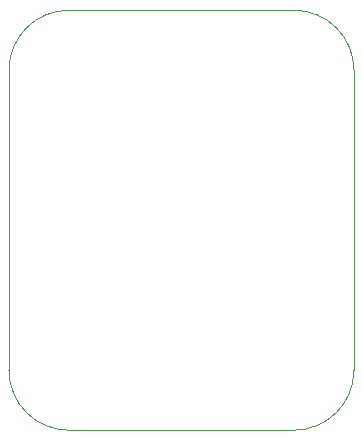
<source format=gbr>
%TF.GenerationSoftware,KiCad,Pcbnew,5.1.10*%
%TF.CreationDate,2021-09-21T21:49:25+02:00*%
%TF.ProjectId,bias-t,62696173-2d74-42e6-9b69-6361645f7063,rev?*%
%TF.SameCoordinates,Original*%
%TF.FileFunction,Profile,NP*%
%FSLAX46Y46*%
G04 Gerber Fmt 4.6, Leading zero omitted, Abs format (unit mm)*
G04 Created by KiCad (PCBNEW 5.1.10) date 2021-09-21 21:49:25*
%MOMM*%
%LPD*%
G01*
G04 APERTURE LIST*
%TA.AperFunction,Profile*%
%ADD10C,0.050000*%
%TD*%
G04 APERTURE END LIST*
D10*
X123190000Y-74930000D02*
X123190000Y-100330000D01*
X147320000Y-69850000D02*
X128270000Y-69850000D01*
X152400000Y-100330000D02*
X152400000Y-74930000D01*
X128270000Y-105410000D02*
X147320000Y-105410000D01*
X152400000Y-100330000D02*
G75*
G02*
X147320000Y-105410000I-5080000J0D01*
G01*
X128270000Y-105410000D02*
G75*
G02*
X123190000Y-100330000I0J5080000D01*
G01*
X123190000Y-74930000D02*
G75*
G02*
X128270000Y-69850000I5080000J0D01*
G01*
X147320000Y-69850000D02*
G75*
G02*
X152400000Y-74930000I0J-5080000D01*
G01*
M02*

</source>
